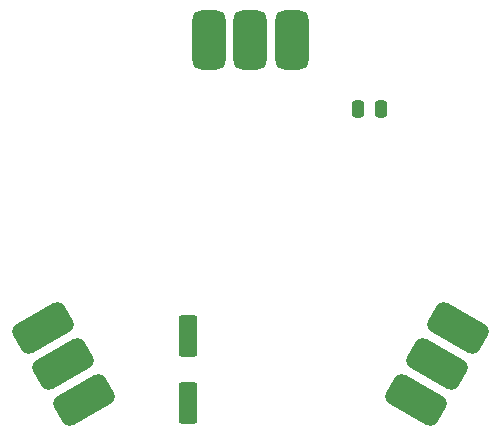
<source format=gbr>
%TF.GenerationSoftware,KiCad,Pcbnew,(7.0.0)*%
%TF.CreationDate,2023-06-29T15:53:59-07:00*%
%TF.ProjectId,GlowPrism Corner PCB,476c6f77-5072-4697-936d-20436f726e65,rev?*%
%TF.SameCoordinates,Original*%
%TF.FileFunction,Paste,Top*%
%TF.FilePolarity,Positive*%
%FSLAX46Y46*%
G04 Gerber Fmt 4.6, Leading zero omitted, Abs format (unit mm)*
G04 Created by KiCad (PCBNEW (7.0.0)) date 2023-06-29 15:53:59*
%MOMM*%
%LPD*%
G01*
G04 APERTURE LIST*
G04 Aperture macros list*
%AMRoundRect*
0 Rectangle with rounded corners*
0 $1 Rounding radius*
0 $2 $3 $4 $5 $6 $7 $8 $9 X,Y pos of 4 corners*
0 Add a 4 corners polygon primitive as box body*
4,1,4,$2,$3,$4,$5,$6,$7,$8,$9,$2,$3,0*
0 Add four circle primitives for the rounded corners*
1,1,$1+$1,$2,$3*
1,1,$1+$1,$4,$5*
1,1,$1+$1,$6,$7*
1,1,$1+$1,$8,$9*
0 Add four rect primitives between the rounded corners*
20,1,$1+$1,$2,$3,$4,$5,0*
20,1,$1+$1,$4,$5,$6,$7,0*
20,1,$1+$1,$6,$7,$8,$9,0*
20,1,$1+$1,$8,$9,$2,$3,0*%
G04 Aperture macros list end*
%ADD10RoundRect,0.700000X-0.700000X1.800000X-0.700000X-1.800000X0.700000X-1.800000X0.700000X1.800000X0*%
%ADD11RoundRect,0.700000X1.908846X-0.293782X-1.208846X1.506218X-1.908846X0.293782X1.208846X-1.506218X0*%
%ADD12RoundRect,0.700000X-1.208846X-1.506218X1.908846X0.293782X1.208846X1.506218X-1.908846X-0.293782X0*%
%ADD13RoundRect,0.250000X-0.550000X1.500000X-0.550000X-1.500000X0.550000X-1.500000X0.550000X1.500000X0*%
%ADD14RoundRect,0.250000X-0.250000X-0.475000X0.250000X-0.475000X0.250000X0.475000X-0.250000X0.475000X0*%
G04 APERTURE END LIST*
D10*
%TO.C,J5*%
X3500000Y18270000D03*
X0Y18270000D03*
X-3500000Y18270000D03*
%TD*%
D11*
%TO.C,J6*%
X14072284Y-12166089D03*
X15822284Y-9135000D03*
X17572284Y-6103911D03*
%TD*%
D12*
%TO.C,J4*%
X-17572284Y-6103911D03*
X-15822284Y-9135000D03*
X-14072284Y-12166089D03*
%TD*%
D13*
%TO.C,C3*%
X-5308600Y-6826600D03*
X-5308600Y-12426600D03*
%TD*%
D14*
%TO.C,C5*%
X9159200Y12446000D03*
X11059200Y12446000D03*
%TD*%
M02*

</source>
